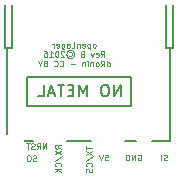
<source format=gbo>
G04 #@! TF.FileFunction,Legend,Bot*
%FSLAX46Y46*%
G04 Gerber Fmt 4.6, Leading zero omitted, Abs format (unit mm)*
G04 Created by KiCad (PCBNEW 4.0.2-stable) date 5/14/2016 2:34:35 PM*
%MOMM*%
G01*
G04 APERTURE LIST*
%ADD10C,0.100000*%
%ADD11C,0.150000*%
%ADD12C,0.127000*%
%ADD13R,0.900000X2.200000*%
%ADD14R,1.200000X2.800000*%
%ADD15R,1.700000X2.800000*%
%ADD16R,2.900000X1.600000*%
%ADD17R,1.400000X1.400000*%
%ADD18C,0.685800*%
%ADD19R,1.727200X2.032000*%
%ADD20O,1.727200X2.032000*%
G04 APERTURE END LIST*
D10*
X204731904Y-112851381D02*
X204660475Y-112875190D01*
X204541428Y-112875190D01*
X204493809Y-112851381D01*
X204469999Y-112827571D01*
X204446190Y-112779952D01*
X204446190Y-112732333D01*
X204469999Y-112684714D01*
X204493809Y-112660905D01*
X204541428Y-112637095D01*
X204636666Y-112613286D01*
X204684285Y-112589476D01*
X204708094Y-112565667D01*
X204731904Y-112518048D01*
X204731904Y-112470429D01*
X204708094Y-112422810D01*
X204684285Y-112399000D01*
X204636666Y-112375190D01*
X204517618Y-112375190D01*
X204446190Y-112399000D01*
X204231904Y-112875190D02*
X204231904Y-112375190D01*
X202247453Y-112399000D02*
X202295072Y-112375190D01*
X202366500Y-112375190D01*
X202437929Y-112399000D01*
X202485548Y-112446619D01*
X202509357Y-112494238D01*
X202533167Y-112589476D01*
X202533167Y-112660905D01*
X202509357Y-112756143D01*
X202485548Y-112803762D01*
X202437929Y-112851381D01*
X202366500Y-112875190D01*
X202318881Y-112875190D01*
X202247453Y-112851381D01*
X202223643Y-112827571D01*
X202223643Y-112660905D01*
X202318881Y-112660905D01*
X202009357Y-112875190D02*
X202009357Y-112375190D01*
X201723643Y-112875190D01*
X201723643Y-112375190D01*
X201485547Y-112875190D02*
X201485547Y-112375190D01*
X201366500Y-112375190D01*
X201295071Y-112399000D01*
X201247452Y-112446619D01*
X201223643Y-112494238D01*
X201199833Y-112589476D01*
X201199833Y-112660905D01*
X201223643Y-112756143D01*
X201247452Y-112803762D01*
X201295071Y-112851381D01*
X201366500Y-112875190D01*
X201485547Y-112875190D01*
X199485237Y-112375190D02*
X199723332Y-112375190D01*
X199747142Y-112613286D01*
X199723332Y-112589476D01*
X199675713Y-112565667D01*
X199556666Y-112565667D01*
X199509047Y-112589476D01*
X199485237Y-112613286D01*
X199461428Y-112660905D01*
X199461428Y-112779952D01*
X199485237Y-112827571D01*
X199509047Y-112851381D01*
X199556666Y-112875190D01*
X199675713Y-112875190D01*
X199723332Y-112851381D01*
X199747142Y-112827571D01*
X199318571Y-112375190D02*
X199151904Y-112875190D01*
X198985238Y-112375190D01*
X197846190Y-111645048D02*
X197846190Y-111930762D01*
X198346190Y-111787905D02*
X197846190Y-111787905D01*
X197846190Y-112049810D02*
X198346190Y-112383143D01*
X197846190Y-112383143D02*
X198346190Y-112049810D01*
X197822381Y-112930761D02*
X198465238Y-112502190D01*
X198298571Y-113383143D02*
X198322381Y-113359333D01*
X198346190Y-113287905D01*
X198346190Y-113240286D01*
X198322381Y-113168857D01*
X198274762Y-113121238D01*
X198227143Y-113097429D01*
X198131905Y-113073619D01*
X198060476Y-113073619D01*
X197965238Y-113097429D01*
X197917619Y-113121238D01*
X197870000Y-113168857D01*
X197846190Y-113240286D01*
X197846190Y-113287905D01*
X197870000Y-113359333D01*
X197893810Y-113383143D01*
X198322381Y-113573619D02*
X198346190Y-113645048D01*
X198346190Y-113764095D01*
X198322381Y-113811714D01*
X198298571Y-113835524D01*
X198250952Y-113859333D01*
X198203333Y-113859333D01*
X198155714Y-113835524D01*
X198131905Y-113811714D01*
X198108095Y-113764095D01*
X198084286Y-113668857D01*
X198060476Y-113621238D01*
X198036667Y-113597429D01*
X197989048Y-113573619D01*
X197941429Y-113573619D01*
X197893810Y-113597429D01*
X197870000Y-113621238D01*
X197846190Y-113668857D01*
X197846190Y-113787905D01*
X197870000Y-113859333D01*
X195742690Y-111867262D02*
X195504595Y-111700595D01*
X195742690Y-111581548D02*
X195242690Y-111581548D01*
X195242690Y-111772024D01*
X195266500Y-111819643D01*
X195290310Y-111843452D01*
X195337929Y-111867262D01*
X195409357Y-111867262D01*
X195456976Y-111843452D01*
X195480786Y-111819643D01*
X195504595Y-111772024D01*
X195504595Y-111581548D01*
X195242690Y-112033929D02*
X195742690Y-112367262D01*
X195242690Y-112367262D02*
X195742690Y-112033929D01*
X195218881Y-112914880D02*
X195861738Y-112486309D01*
X195695071Y-113367262D02*
X195718881Y-113343452D01*
X195742690Y-113272024D01*
X195742690Y-113224405D01*
X195718881Y-113152976D01*
X195671262Y-113105357D01*
X195623643Y-113081548D01*
X195528405Y-113057738D01*
X195456976Y-113057738D01*
X195361738Y-113081548D01*
X195314119Y-113105357D01*
X195266500Y-113152976D01*
X195242690Y-113224405D01*
X195242690Y-113272024D01*
X195266500Y-113343452D01*
X195290310Y-113367262D01*
X195742690Y-113581548D02*
X195242690Y-113581548D01*
X195742690Y-113867262D02*
X195456976Y-113652976D01*
X195242690Y-113867262D02*
X195528405Y-113581548D01*
X193635262Y-112914881D02*
X193563833Y-112938690D01*
X193444786Y-112938690D01*
X193397167Y-112914881D01*
X193373357Y-112891071D01*
X193349548Y-112843452D01*
X193349548Y-112795833D01*
X193373357Y-112748214D01*
X193397167Y-112724405D01*
X193444786Y-112700595D01*
X193540024Y-112676786D01*
X193587643Y-112652976D01*
X193611452Y-112629167D01*
X193635262Y-112581548D01*
X193635262Y-112533929D01*
X193611452Y-112486310D01*
X193587643Y-112462500D01*
X193540024Y-112438690D01*
X193420976Y-112438690D01*
X193349548Y-112462500D01*
X193040024Y-112438690D02*
X192944786Y-112438690D01*
X192897167Y-112462500D01*
X192849548Y-112510119D01*
X192825739Y-112605357D01*
X192825739Y-112772024D01*
X192849548Y-112867262D01*
X192897167Y-112914881D01*
X192944786Y-112938690D01*
X193040024Y-112938690D01*
X193087643Y-112914881D01*
X193135262Y-112867262D01*
X193159072Y-112772024D01*
X193159072Y-112605357D01*
X193135262Y-112510119D01*
X193087643Y-112462500D01*
X193040024Y-112438690D01*
X194496428Y-111922690D02*
X194496428Y-111422690D01*
X194210714Y-111922690D01*
X194210714Y-111422690D01*
X193686904Y-111922690D02*
X193853571Y-111684595D01*
X193972618Y-111922690D02*
X193972618Y-111422690D01*
X193782142Y-111422690D01*
X193734523Y-111446500D01*
X193710714Y-111470310D01*
X193686904Y-111517929D01*
X193686904Y-111589357D01*
X193710714Y-111636976D01*
X193734523Y-111660786D01*
X193782142Y-111684595D01*
X193972618Y-111684595D01*
X193496428Y-111898881D02*
X193424999Y-111922690D01*
X193305952Y-111922690D01*
X193258333Y-111898881D01*
X193234523Y-111875071D01*
X193210714Y-111827452D01*
X193210714Y-111779833D01*
X193234523Y-111732214D01*
X193258333Y-111708405D01*
X193305952Y-111684595D01*
X193401190Y-111660786D01*
X193448809Y-111636976D01*
X193472618Y-111613167D01*
X193496428Y-111565548D01*
X193496428Y-111517929D01*
X193472618Y-111470310D01*
X193448809Y-111446500D01*
X193401190Y-111422690D01*
X193282142Y-111422690D01*
X193210714Y-111446500D01*
X193067857Y-111422690D02*
X192782143Y-111422690D01*
X192925000Y-111922690D02*
X192925000Y-111422690D01*
X198576190Y-103312190D02*
X198623809Y-103288381D01*
X198647618Y-103264571D01*
X198671428Y-103216952D01*
X198671428Y-103074095D01*
X198647618Y-103026476D01*
X198623809Y-103002667D01*
X198576190Y-102978857D01*
X198504761Y-102978857D01*
X198457142Y-103002667D01*
X198433333Y-103026476D01*
X198409523Y-103074095D01*
X198409523Y-103216952D01*
X198433333Y-103264571D01*
X198457142Y-103288381D01*
X198504761Y-103312190D01*
X198576190Y-103312190D01*
X198195237Y-102978857D02*
X198195237Y-103478857D01*
X198195237Y-103002667D02*
X198147618Y-102978857D01*
X198052380Y-102978857D01*
X198004761Y-103002667D01*
X197980952Y-103026476D01*
X197957142Y-103074095D01*
X197957142Y-103216952D01*
X197980952Y-103264571D01*
X198004761Y-103288381D01*
X198052380Y-103312190D01*
X198147618Y-103312190D01*
X198195237Y-103288381D01*
X197552380Y-103288381D02*
X197599999Y-103312190D01*
X197695237Y-103312190D01*
X197742856Y-103288381D01*
X197766666Y-103240762D01*
X197766666Y-103050286D01*
X197742856Y-103002667D01*
X197695237Y-102978857D01*
X197599999Y-102978857D01*
X197552380Y-103002667D01*
X197528571Y-103050286D01*
X197528571Y-103097905D01*
X197766666Y-103145524D01*
X197314285Y-102978857D02*
X197314285Y-103312190D01*
X197314285Y-103026476D02*
X197290476Y-103002667D01*
X197242857Y-102978857D01*
X197171428Y-102978857D01*
X197123809Y-103002667D01*
X197100000Y-103050286D01*
X197100000Y-103312190D01*
X196623809Y-103312190D02*
X196861904Y-103312190D01*
X196861904Y-102812190D01*
X196242857Y-103312190D02*
X196242857Y-103050286D01*
X196266666Y-103002667D01*
X196314285Y-102978857D01*
X196409523Y-102978857D01*
X196457142Y-103002667D01*
X196242857Y-103288381D02*
X196290476Y-103312190D01*
X196409523Y-103312190D01*
X196457142Y-103288381D01*
X196480952Y-103240762D01*
X196480952Y-103193143D01*
X196457142Y-103145524D01*
X196409523Y-103121714D01*
X196290476Y-103121714D01*
X196242857Y-103097905D01*
X195790476Y-102978857D02*
X195790476Y-103383619D01*
X195814285Y-103431238D01*
X195838095Y-103455048D01*
X195885714Y-103478857D01*
X195957142Y-103478857D01*
X196004761Y-103455048D01*
X195790476Y-103288381D02*
X195838095Y-103312190D01*
X195933333Y-103312190D01*
X195980952Y-103288381D01*
X196004761Y-103264571D01*
X196028571Y-103216952D01*
X196028571Y-103074095D01*
X196004761Y-103026476D01*
X195980952Y-103002667D01*
X195933333Y-102978857D01*
X195838095Y-102978857D01*
X195790476Y-103002667D01*
X195361904Y-103288381D02*
X195409523Y-103312190D01*
X195504761Y-103312190D01*
X195552380Y-103288381D01*
X195576190Y-103240762D01*
X195576190Y-103050286D01*
X195552380Y-103002667D01*
X195504761Y-102978857D01*
X195409523Y-102978857D01*
X195361904Y-103002667D01*
X195338095Y-103050286D01*
X195338095Y-103097905D01*
X195576190Y-103145524D01*
X195123809Y-103312190D02*
X195123809Y-102978857D01*
X195123809Y-103074095D02*
X195100000Y-103026476D01*
X195076190Y-103002667D01*
X195028571Y-102978857D01*
X194980952Y-102978857D01*
X199111903Y-104112190D02*
X199278570Y-103874095D01*
X199397617Y-104112190D02*
X199397617Y-103612190D01*
X199207141Y-103612190D01*
X199159522Y-103636000D01*
X199135713Y-103659810D01*
X199111903Y-103707429D01*
X199111903Y-103778857D01*
X199135713Y-103826476D01*
X199159522Y-103850286D01*
X199207141Y-103874095D01*
X199397617Y-103874095D01*
X198707141Y-104088381D02*
X198754760Y-104112190D01*
X198849998Y-104112190D01*
X198897617Y-104088381D01*
X198921427Y-104040762D01*
X198921427Y-103850286D01*
X198897617Y-103802667D01*
X198849998Y-103778857D01*
X198754760Y-103778857D01*
X198707141Y-103802667D01*
X198683332Y-103850286D01*
X198683332Y-103897905D01*
X198921427Y-103945524D01*
X198516665Y-103778857D02*
X198397618Y-104112190D01*
X198278570Y-103778857D01*
X197540476Y-103850286D02*
X197469047Y-103874095D01*
X197445238Y-103897905D01*
X197421428Y-103945524D01*
X197421428Y-104016952D01*
X197445238Y-104064571D01*
X197469047Y-104088381D01*
X197516666Y-104112190D01*
X197707142Y-104112190D01*
X197707142Y-103612190D01*
X197540476Y-103612190D01*
X197492857Y-103636000D01*
X197469047Y-103659810D01*
X197445238Y-103707429D01*
X197445238Y-103755048D01*
X197469047Y-103802667D01*
X197492857Y-103826476D01*
X197540476Y-103850286D01*
X197707142Y-103850286D01*
X196421428Y-103731238D02*
X196469048Y-103707429D01*
X196564286Y-103707429D01*
X196611905Y-103731238D01*
X196659524Y-103778857D01*
X196683333Y-103826476D01*
X196683333Y-103921714D01*
X196659524Y-103969333D01*
X196611905Y-104016952D01*
X196564286Y-104040762D01*
X196469048Y-104040762D01*
X196421428Y-104016952D01*
X196516667Y-103540762D02*
X196635714Y-103564571D01*
X196754762Y-103636000D01*
X196826190Y-103755048D01*
X196850000Y-103874095D01*
X196826190Y-103993143D01*
X196754762Y-104112190D01*
X196635714Y-104183619D01*
X196516667Y-104207429D01*
X196397619Y-104183619D01*
X196278571Y-104112190D01*
X196207143Y-103993143D01*
X196183333Y-103874095D01*
X196207143Y-103755048D01*
X196278571Y-103636000D01*
X196397619Y-103564571D01*
X196516667Y-103540762D01*
X195992857Y-103659810D02*
X195969047Y-103636000D01*
X195921428Y-103612190D01*
X195802381Y-103612190D01*
X195754762Y-103636000D01*
X195730952Y-103659810D01*
X195707143Y-103707429D01*
X195707143Y-103755048D01*
X195730952Y-103826476D01*
X196016666Y-104112190D01*
X195707143Y-104112190D01*
X195397619Y-103612190D02*
X195350000Y-103612190D01*
X195302381Y-103636000D01*
X195278572Y-103659810D01*
X195254762Y-103707429D01*
X195230953Y-103802667D01*
X195230953Y-103921714D01*
X195254762Y-104016952D01*
X195278572Y-104064571D01*
X195302381Y-104088381D01*
X195350000Y-104112190D01*
X195397619Y-104112190D01*
X195445238Y-104088381D01*
X195469048Y-104064571D01*
X195492857Y-104016952D01*
X195516667Y-103921714D01*
X195516667Y-103802667D01*
X195492857Y-103707429D01*
X195469048Y-103659810D01*
X195445238Y-103636000D01*
X195397619Y-103612190D01*
X194754763Y-104112190D02*
X195040477Y-104112190D01*
X194897620Y-104112190D02*
X194897620Y-103612190D01*
X194945239Y-103683619D01*
X194992858Y-103731238D01*
X195040477Y-103755048D01*
X194326192Y-103612190D02*
X194421430Y-103612190D01*
X194469049Y-103636000D01*
X194492858Y-103659810D01*
X194540477Y-103731238D01*
X194564287Y-103826476D01*
X194564287Y-104016952D01*
X194540477Y-104064571D01*
X194516668Y-104088381D01*
X194469049Y-104112190D01*
X194373811Y-104112190D01*
X194326192Y-104088381D01*
X194302382Y-104064571D01*
X194278573Y-104016952D01*
X194278573Y-103897905D01*
X194302382Y-103850286D01*
X194326192Y-103826476D01*
X194373811Y-103802667D01*
X194469049Y-103802667D01*
X194516668Y-103826476D01*
X194540477Y-103850286D01*
X194564287Y-103897905D01*
X199635714Y-104912190D02*
X199635714Y-104412190D01*
X199635714Y-104888381D02*
X199683333Y-104912190D01*
X199778571Y-104912190D01*
X199826190Y-104888381D01*
X199849999Y-104864571D01*
X199873809Y-104816952D01*
X199873809Y-104674095D01*
X199849999Y-104626476D01*
X199826190Y-104602667D01*
X199778571Y-104578857D01*
X199683333Y-104578857D01*
X199635714Y-104602667D01*
X199111904Y-104912190D02*
X199278571Y-104674095D01*
X199397618Y-104912190D02*
X199397618Y-104412190D01*
X199207142Y-104412190D01*
X199159523Y-104436000D01*
X199135714Y-104459810D01*
X199111904Y-104507429D01*
X199111904Y-104578857D01*
X199135714Y-104626476D01*
X199159523Y-104650286D01*
X199207142Y-104674095D01*
X199397618Y-104674095D01*
X198826190Y-104912190D02*
X198873809Y-104888381D01*
X198897618Y-104864571D01*
X198921428Y-104816952D01*
X198921428Y-104674095D01*
X198897618Y-104626476D01*
X198873809Y-104602667D01*
X198826190Y-104578857D01*
X198754761Y-104578857D01*
X198707142Y-104602667D01*
X198683333Y-104626476D01*
X198659523Y-104674095D01*
X198659523Y-104816952D01*
X198683333Y-104864571D01*
X198707142Y-104888381D01*
X198754761Y-104912190D01*
X198826190Y-104912190D01*
X198445237Y-104578857D02*
X198445237Y-104912190D01*
X198445237Y-104626476D02*
X198421428Y-104602667D01*
X198373809Y-104578857D01*
X198302380Y-104578857D01*
X198254761Y-104602667D01*
X198230952Y-104650286D01*
X198230952Y-104912190D01*
X197992856Y-104912190D02*
X197992856Y-104578857D01*
X197992856Y-104412190D02*
X198016666Y-104436000D01*
X197992856Y-104459810D01*
X197969047Y-104436000D01*
X197992856Y-104412190D01*
X197992856Y-104459810D01*
X197754761Y-104578857D02*
X197754761Y-104912190D01*
X197754761Y-104626476D02*
X197730952Y-104602667D01*
X197683333Y-104578857D01*
X197611904Y-104578857D01*
X197564285Y-104602667D01*
X197540476Y-104650286D01*
X197540476Y-104912190D01*
X196921428Y-104721714D02*
X196540476Y-104721714D01*
X195635714Y-104864571D02*
X195659524Y-104888381D01*
X195730952Y-104912190D01*
X195778571Y-104912190D01*
X195850000Y-104888381D01*
X195897619Y-104840762D01*
X195921428Y-104793143D01*
X195945238Y-104697905D01*
X195945238Y-104626476D01*
X195921428Y-104531238D01*
X195897619Y-104483619D01*
X195850000Y-104436000D01*
X195778571Y-104412190D01*
X195730952Y-104412190D01*
X195659524Y-104436000D01*
X195635714Y-104459810D01*
X195135714Y-104864571D02*
X195159524Y-104888381D01*
X195230952Y-104912190D01*
X195278571Y-104912190D01*
X195350000Y-104888381D01*
X195397619Y-104840762D01*
X195421428Y-104793143D01*
X195445238Y-104697905D01*
X195445238Y-104626476D01*
X195421428Y-104531238D01*
X195397619Y-104483619D01*
X195350000Y-104436000D01*
X195278571Y-104412190D01*
X195230952Y-104412190D01*
X195159524Y-104436000D01*
X195135714Y-104459810D01*
X194373810Y-104650286D02*
X194302381Y-104674095D01*
X194278572Y-104697905D01*
X194254762Y-104745524D01*
X194254762Y-104816952D01*
X194278572Y-104864571D01*
X194302381Y-104888381D01*
X194350000Y-104912190D01*
X194540476Y-104912190D01*
X194540476Y-104412190D01*
X194373810Y-104412190D01*
X194326191Y-104436000D01*
X194302381Y-104459810D01*
X194278572Y-104507429D01*
X194278572Y-104555048D01*
X194302381Y-104602667D01*
X194326191Y-104626476D01*
X194373810Y-104650286D01*
X194540476Y-104650286D01*
X193945238Y-104674095D02*
X193945238Y-104912190D01*
X194111905Y-104412190D02*
X193945238Y-104674095D01*
X193778572Y-104412190D01*
D11*
X203454500Y-111188500D02*
X205004500Y-111188500D01*
X201154500Y-111188500D02*
X202054500Y-111188500D01*
X196254500Y-111188500D02*
X198254500Y-111188500D01*
X191004500Y-103388500D02*
X191004500Y-99688500D01*
X191604500Y-103388500D02*
X191604500Y-99688500D01*
X191004500Y-103388500D02*
X191604500Y-103388500D01*
X205204500Y-103388500D02*
X205204500Y-99688500D01*
X204604500Y-103388500D02*
X204604500Y-99688500D01*
X204604500Y-103388500D02*
X205204500Y-103388500D01*
X192854500Y-105788500D02*
X201654500Y-105788500D01*
X192854500Y-108288500D02*
X192854500Y-105788500D01*
X192854500Y-108288500D02*
X201654500Y-108288500D01*
X201654500Y-108288500D02*
X201654500Y-105788500D01*
D12*
X191204500Y-103388500D02*
X191204500Y-111188500D01*
X191204500Y-111188500D02*
X193354500Y-111188500D01*
X205004500Y-111188500D02*
X205004500Y-103388500D01*
D11*
X200786572Y-107449881D02*
X200786572Y-106449881D01*
X200215143Y-107449881D01*
X200215143Y-106449881D01*
X199548477Y-106449881D02*
X199358000Y-106449881D01*
X199262762Y-106497500D01*
X199167524Y-106592738D01*
X199119905Y-106783214D01*
X199119905Y-107116548D01*
X199167524Y-107307024D01*
X199262762Y-107402262D01*
X199358000Y-107449881D01*
X199548477Y-107449881D01*
X199643715Y-107402262D01*
X199738953Y-107307024D01*
X199786572Y-107116548D01*
X199786572Y-106783214D01*
X199738953Y-106592738D01*
X199643715Y-106497500D01*
X199548477Y-106449881D01*
X197929429Y-107449881D02*
X197929429Y-106449881D01*
X197596095Y-107164167D01*
X197262762Y-106449881D01*
X197262762Y-107449881D01*
X196786572Y-106926071D02*
X196453238Y-106926071D01*
X196310381Y-107449881D02*
X196786572Y-107449881D01*
X196786572Y-106449881D01*
X196310381Y-106449881D01*
X196024667Y-106449881D02*
X195453238Y-106449881D01*
X195738953Y-107449881D02*
X195738953Y-106449881D01*
X195167524Y-107164167D02*
X194691333Y-107164167D01*
X195262762Y-107449881D02*
X194929429Y-106449881D01*
X194596095Y-107449881D01*
X193786571Y-107449881D02*
X194262762Y-107449881D01*
X194262762Y-106449881D01*
%LPC*%
D13*
X193404500Y-97788500D03*
X194504500Y-97788500D03*
X195604500Y-97788500D03*
X196704500Y-97788500D03*
X197804500Y-97788500D03*
X198904500Y-97788500D03*
X200004500Y-97788500D03*
X201104500Y-97788500D03*
D14*
X191304500Y-98288500D03*
D15*
X204654500Y-98288500D03*
D16*
X194804500Y-110488500D03*
X199704500Y-110488500D03*
D17*
X202754500Y-110588500D03*
D18*
X191579500Y-108839000D03*
X202692000Y-103441500D03*
D19*
X191770000Y-114300000D03*
D20*
X194310000Y-114300000D03*
X196850000Y-114300000D03*
X199390000Y-114300000D03*
X201930000Y-114300000D03*
X204470000Y-114300000D03*
D19*
X191770000Y-111760000D03*
M02*

</source>
